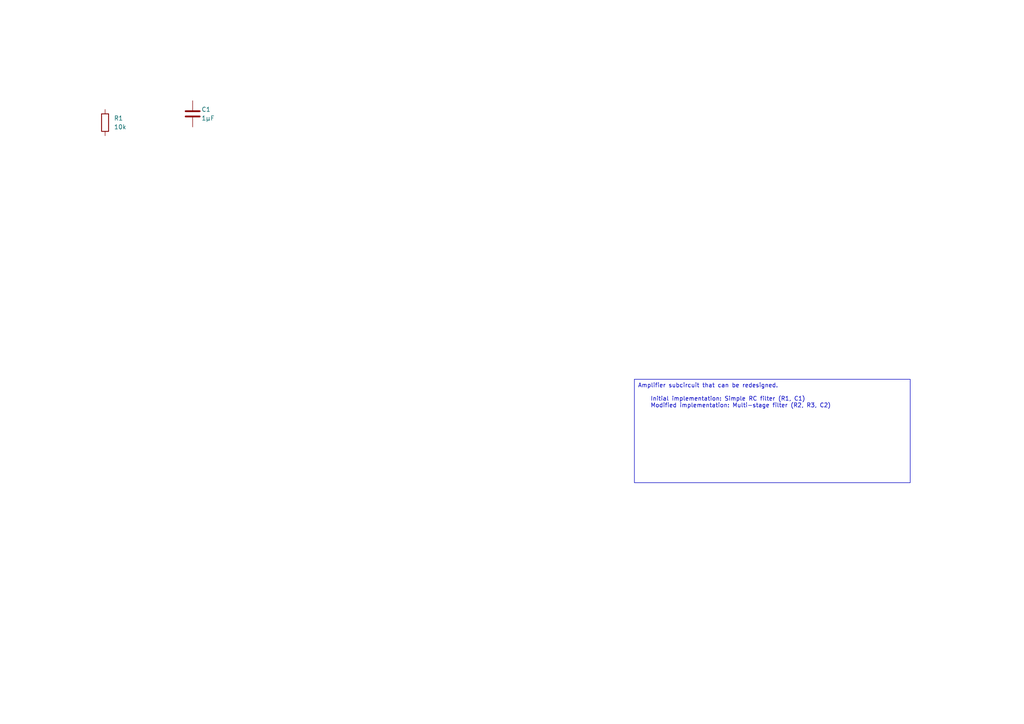
<source format=kicad_sch>
(kicad_sch (version 20250114) (generator "circuit_synth") (generator_version "0.8.36")
  (paper "A4")
  (title_block (title "subcircuit_redesign"))
  (lib_symbols
    (symbol "Device:R" (pin_numbers (hide yes)) (pin_names (offset 0))
      (property "Reference" "R" (at 2.032 0 90))
      (property "Value" "R" (at 0 0 90))
      (symbol "R_0_1"
        (rectangle (start -1.016 -2.54) (end 1.016 2.54) (stroke (width 0.254)))
      )
      (symbol "R_1_1"
        (pin passive line (at 0 3.81 270) (length 1.27) (name "~") (number "1"))
        (pin passive line (at 0 -3.81 90) (length 1.27) (name "~") (number "2"))
      )
    )
    (symbol "Device:C" (pin_numbers (hide yes)) (pin_names (offset 0.254))
      (property "Reference" "C" (at 0.635 2.54 0))
      (property "Value" "C" (at 0.635 -2.54 0))
      (symbol "C_0_1"
        (polyline (pts (xy -2.032 0.762) (xy 2.032 0.762)) (stroke (width 0.508)))
        (polyline (pts (xy -2.032 -0.762) (xy 2.032 -0.762)) (stroke (width 0.508)))
      )
      (symbol "C_1_1"
        (pin passive line (at 0 3.81 270) (length 2.794) (name "~") (number "1"))
        (pin passive line (at 0 -3.81 90) (length 2.794) (name "~") (number "2"))
      )
    )
  )
  (symbol (lib_id "Device:R") (at 30.48 35.56 0) (unit 1)
    (property "Reference" "R1" (at 33.02 34.2899 0) (effects (justify left)))
    (property "Value" "10k" (at 33.02 36.8299 0) (effects (justify left)))
    (property "Footprint" "Resistor_SMD:R_0603_1608Metric" (effects (hide yes)))
    (property "hierarchy_path" "/e3d1383c-0168-49f1-9828-030748e2ecf2/1ff6acad-f5bb-45c3-bc70-6f6eccaa8b57" (effects (hide yes)))
    (property "project_name" "subcircuit_redesign" (effects (hide yes)))
    (property "root_uuid" "e3d1383c-0168-49f1-9828-030748e2ecf2" (effects (hide yes)))
  )
  (symbol (lib_id "Device:C") (at 55.88 33.02 0) (unit 1)
    (property "Reference" "C1" (at 58.42 31.7499 0) (effects (justify left)))
    (property "Value" "1µF" (at 58.42 34.2899 0) (effects (justify left)))
    (property "Footprint" "Capacitor_SMD:C_0603_1608Metric" (effects (hide yes)))
    (property "hierarchy_path" "/e3d1383c-0168-49f1-9828-030748e2ecf2/1ff6acad-f5bb-45c3-bc70-6f6eccaa8b57" (effects (hide yes)))
    (property "project_name" "subcircuit_redesign" (effects (hide yes)))
    (property "root_uuid" "e3d1383c-0168-49f1-9828-030748e2ecf2" (effects (hide yes)))
  )
  (text_box "Amplifier subcircuit that can be redesigned.\n\n    Initial implementation: Simple RC filter (R1, C1)\n    Modified implementation: Multi-stage filter (R2, R3, C2)" (at 184 110 0) (size 80 30) (margins 1 1 1 1) (effects (font (size 1.2 1.2)) (justify left top)))
)
</source>
